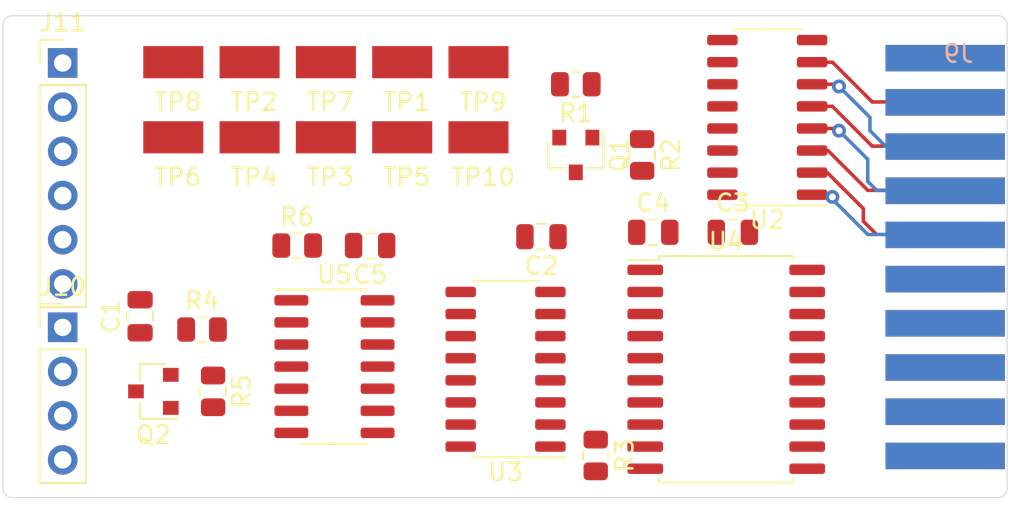
<source format=kicad_pcb>
(kicad_pcb (version 20171130) (host pcbnew "(5.1.7)-1")

  (general
    (thickness 1.6)
    (drawings 8)
    (tracks 34)
    (zones 0)
    (modules 30)
    (nets 48)
  )

  (page A4)
  (layers
    (0 F.Cu signal)
    (31 B.Cu signal)
    (32 B.Adhes user)
    (33 F.Adhes user)
    (34 B.Paste user)
    (35 F.Paste user)
    (36 B.SilkS user)
    (37 F.SilkS user)
    (38 B.Mask user)
    (39 F.Mask user)
    (40 Dwgs.User user hide)
    (41 Cmts.User user)
    (42 Eco1.User user)
    (43 Eco2.User user)
    (44 Edge.Cuts user)
    (45 Margin user)
    (46 B.CrtYd user)
    (47 F.CrtYd user)
    (48 B.Fab user)
    (49 F.Fab user)
  )

  (setup
    (last_trace_width 0.2032)
    (trace_clearance 0.2032)
    (zone_clearance 0.508)
    (zone_45_only no)
    (trace_min 0.2)
    (via_size 0.8)
    (via_drill 0.4)
    (via_min_size 0.4)
    (via_min_drill 0.3)
    (uvia_size 0.3)
    (uvia_drill 0.1)
    (uvias_allowed no)
    (uvia_min_size 0.2)
    (uvia_min_drill 0.1)
    (edge_width 0.05)
    (segment_width 0.2)
    (pcb_text_width 0.3)
    (pcb_text_size 1.5 1.5)
    (mod_edge_width 0.12)
    (mod_text_size 1 1)
    (mod_text_width 0.15)
    (pad_size 1.524 1.524)
    (pad_drill 0.762)
    (pad_to_mask_clearance 0)
    (aux_axis_origin 0 0)
    (visible_elements 7FFFFFFF)
    (pcbplotparams
      (layerselection 0x010fc_ffffffff)
      (usegerberextensions false)
      (usegerberattributes true)
      (usegerberadvancedattributes true)
      (creategerberjobfile true)
      (excludeedgelayer true)
      (linewidth 0.100000)
      (plotframeref false)
      (viasonmask false)
      (mode 1)
      (useauxorigin false)
      (hpglpennumber 1)
      (hpglpenspeed 20)
      (hpglpendiameter 15.000000)
      (psnegative false)
      (psa4output false)
      (plotreference true)
      (plotvalue true)
      (plotinvisibletext false)
      (padsonsilk false)
      (subtractmaskfromsilk false)
      (outputformat 1)
      (mirror false)
      (drillshape 1)
      (scaleselection 1)
      (outputdirectory ""))
  )

  (net 0 "")
  (net 1 GND)
  (net 2 VCC)
  (net 3 /14-VCC)
  (net 4 /244-VCC)
  (net 5 /DC)
  (net 6 /HS-GRN)
  (net 7 /EC-GRN)
  (net 8 /RX)
  (net 9 "Net-(J9-Pad15)")
  (net 10 /AA)
  (net 11 /OH)
  (net 12 /ANS-PB)
  (net 13 /PWR-PB)
  (net 14 /TR)
  (net 15 /CD)
  (net 16 "Net-(J9-Pad6)")
  (net 17 /TX)
  (net 18 /HS-Red)
  (net 19 /EC-Red)
  (net 20 "Net-(J9-Pad2)")
  (net 21 "Net-(J9-Pad1)")
  (net 22 "Net-(J10-Pad3)")
  (net 23 /Latch)
  (net 24 /Ser-Clock)
  (net 25 /Data-In)
  (net 26 "Net-(J11-Pad1)")
  (net 27 "Net-(Q2-Pad1)")
  (net 28 /Panel-En)
  (net 29 "Net-(R3-Pad1)")
  (net 30 "Net-(R4-Pad2)")
  (net 31 "Net-(R6-Pad1)")
  (net 32 "Net-(U2-Pad9)")
  (net 33 "Net-(U3-Pad15)")
  (net 34 "Net-(U3-Pad9)")
  (net 35 "Net-(U3-Pad3)")
  (net 36 "Net-(U3-Pad2)")
  (net 37 "Net-(U3-Pad1)")
  (net 38 "Net-(U4-Pad14)")
  (net 39 "Net-(U4-Pad13)")
  (net 40 "Net-(U4-Pad12)")
  (net 41 "Net-(U4-Pad11)")
  (net 42 /SH4)
  (net 43 /SH3)
  (net 44 /SH2)
  (net 45 /SH1)
  (net 46 /Gate244)
  (net 47 /SH-DATA)

  (net_class Default "This is the default net class."
    (clearance 0.2032)
    (trace_width 0.2032)
    (via_dia 0.8)
    (via_drill 0.4)
    (uvia_dia 0.3)
    (uvia_drill 0.1)
    (add_net /AA)
    (add_net /ANS-PB)
    (add_net /CD)
    (add_net /DC)
    (add_net /Data-In)
    (add_net /EC-GRN)
    (add_net /EC-Red)
    (add_net /Gate244)
    (add_net /HS-GRN)
    (add_net /HS-Red)
    (add_net /Latch)
    (add_net /OH)
    (add_net /PWR-PB)
    (add_net /Panel-En)
    (add_net /RX)
    (add_net /SH-DATA)
    (add_net /SH1)
    (add_net /SH2)
    (add_net /SH3)
    (add_net /SH4)
    (add_net /Ser-Clock)
    (add_net /TR)
    (add_net /TX)
    (add_net "Net-(J10-Pad3)")
    (add_net "Net-(J11-Pad1)")
    (add_net "Net-(J9-Pad1)")
    (add_net "Net-(J9-Pad15)")
    (add_net "Net-(J9-Pad2)")
    (add_net "Net-(J9-Pad6)")
    (add_net "Net-(Q2-Pad1)")
    (add_net "Net-(R3-Pad1)")
    (add_net "Net-(R4-Pad2)")
    (add_net "Net-(R6-Pad1)")
    (add_net "Net-(U2-Pad9)")
    (add_net "Net-(U3-Pad1)")
    (add_net "Net-(U3-Pad15)")
    (add_net "Net-(U3-Pad2)")
    (add_net "Net-(U3-Pad3)")
    (add_net "Net-(U3-Pad9)")
    (add_net "Net-(U4-Pad11)")
    (add_net "Net-(U4-Pad12)")
    (add_net "Net-(U4-Pad13)")
    (add_net "Net-(U4-Pad14)")
  )

  (net_class Power ""
    (clearance 0.2032)
    (trace_width 0.3048)
    (via_dia 0.8)
    (via_drill 0.4)
    (uvia_dia 0.3)
    (uvia_drill 0.1)
    (add_net /14-VCC)
    (add_net /244-VCC)
    (add_net GND)
    (add_net VCC)
  )

  (module "My Libraries:Harwin-S1751-46-Test Point" (layer F.Cu) (tedit 5F95BEB0) (tstamp 5F9634DF)
    (at 140.462 76.454)
    (path /5FADEA84)
    (fp_text reference TP10 (at 0.254 2.286) (layer F.SilkS)
      (effects (font (size 1 1) (thickness 0.15)))
    )
    (fp_text value TP_GND2 (at 0 -1.778) (layer F.Fab)
      (effects (font (size 1 1) (thickness 0.15)))
    )
    (pad 1 smd rect (at 0 0) (size 3.45 1.85) (layers F.Cu F.Paste F.Mask)
      (net 1 GND))
  )

  (module "My Libraries:Harwin-S1751-46-Test Point" (layer F.Cu) (tedit 5F95BEB0) (tstamp 5F9634DA)
    (at 140.462 72.136)
    (path /5FADE107)
    (fp_text reference TP9 (at 0.254 2.286) (layer F.SilkS)
      (effects (font (size 1 1) (thickness 0.15)))
    )
    (fp_text value TP_GND1 (at 0 -1.778) (layer F.Fab)
      (effects (font (size 1 1) (thickness 0.15)))
    )
    (pad 1 smd rect (at 0 0) (size 3.45 1.85) (layers F.Cu F.Paste F.Mask)
      (net 1 GND))
  )

  (module Package_SO:SOIC-14_3.9x8.7mm_P1.27mm (layer F.Cu) (tedit 5D9F72B1) (tstamp 5F95CB57)
    (at 132.191592 89.633827)
    (descr "SOIC, 14 Pin (JEDEC MS-012AB, https://www.analog.com/media/en/package-pcb-resources/package/pkg_pdf/soic_narrow-r/r_14.pdf), generated with kicad-footprint-generator ipc_gullwing_generator.py")
    (tags "SOIC SO")
    (path /5FA40302)
    (attr smd)
    (fp_text reference U5 (at 0 -5.28) (layer F.SilkS)
      (effects (font (size 1 1) (thickness 0.15)))
    )
    (fp_text value 74HCT74 (at 0 5.28) (layer F.Fab)
      (effects (font (size 1 1) (thickness 0.15)))
    )
    (fp_line (start 3.7 -4.58) (end -3.7 -4.58) (layer F.CrtYd) (width 0.05))
    (fp_line (start 3.7 4.58) (end 3.7 -4.58) (layer F.CrtYd) (width 0.05))
    (fp_line (start -3.7 4.58) (end 3.7 4.58) (layer F.CrtYd) (width 0.05))
    (fp_line (start -3.7 -4.58) (end -3.7 4.58) (layer F.CrtYd) (width 0.05))
    (fp_line (start -1.95 -3.35) (end -0.975 -4.325) (layer F.Fab) (width 0.1))
    (fp_line (start -1.95 4.325) (end -1.95 -3.35) (layer F.Fab) (width 0.1))
    (fp_line (start 1.95 4.325) (end -1.95 4.325) (layer F.Fab) (width 0.1))
    (fp_line (start 1.95 -4.325) (end 1.95 4.325) (layer F.Fab) (width 0.1))
    (fp_line (start -0.975 -4.325) (end 1.95 -4.325) (layer F.Fab) (width 0.1))
    (fp_line (start 0 -4.435) (end -3.45 -4.435) (layer F.SilkS) (width 0.12))
    (fp_line (start 0 -4.435) (end 1.95 -4.435) (layer F.SilkS) (width 0.12))
    (fp_line (start 0 4.435) (end -1.95 4.435) (layer F.SilkS) (width 0.12))
    (fp_line (start 0 4.435) (end 1.95 4.435) (layer F.SilkS) (width 0.12))
    (fp_text user %R (at 0 0) (layer F.Fab)
      (effects (font (size 0.98 0.98) (thickness 0.15)))
    )
    (pad 1 smd roundrect (at -2.475 -3.81) (size 1.95 0.6) (layers F.Cu F.Paste F.Mask) (roundrect_rratio 0.25)
      (net 31 "Net-(R6-Pad1)"))
    (pad 2 smd roundrect (at -2.475 -2.54) (size 1.95 0.6) (layers F.Cu F.Paste F.Mask) (roundrect_rratio 0.25)
      (net 47 /SH-DATA))
    (pad 3 smd roundrect (at -2.475 -1.27) (size 1.95 0.6) (layers F.Cu F.Paste F.Mask) (roundrect_rratio 0.25)
      (net 13 /PWR-PB))
    (pad 4 smd roundrect (at -2.475 0) (size 1.95 0.6) (layers F.Cu F.Paste F.Mask) (roundrect_rratio 0.25)
      (net 30 "Net-(R4-Pad2)"))
    (pad 5 smd roundrect (at -2.475 1.27) (size 1.95 0.6) (layers F.Cu F.Paste F.Mask) (roundrect_rratio 0.25)
      (net 27 "Net-(Q2-Pad1)"))
    (pad 6 smd roundrect (at -2.475 2.54) (size 1.95 0.6) (layers F.Cu F.Paste F.Mask) (roundrect_rratio 0.25)
      (net 47 /SH-DATA))
    (pad 7 smd roundrect (at -2.475 3.81) (size 1.95 0.6) (layers F.Cu F.Paste F.Mask) (roundrect_rratio 0.25)
      (net 1 GND))
    (pad 8 smd roundrect (at 2.475 3.81) (size 1.95 0.6) (layers F.Cu F.Paste F.Mask) (roundrect_rratio 0.25))
    (pad 9 smd roundrect (at 2.475 2.54) (size 1.95 0.6) (layers F.Cu F.Paste F.Mask) (roundrect_rratio 0.25))
    (pad 10 smd roundrect (at 2.475 1.27) (size 1.95 0.6) (layers F.Cu F.Paste F.Mask) (roundrect_rratio 0.25))
    (pad 11 smd roundrect (at 2.475 0) (size 1.95 0.6) (layers F.Cu F.Paste F.Mask) (roundrect_rratio 0.25))
    (pad 12 smd roundrect (at 2.475 -1.27) (size 1.95 0.6) (layers F.Cu F.Paste F.Mask) (roundrect_rratio 0.25))
    (pad 13 smd roundrect (at 2.475 -2.54) (size 1.95 0.6) (layers F.Cu F.Paste F.Mask) (roundrect_rratio 0.25))
    (pad 14 smd roundrect (at 2.475 -3.81) (size 1.95 0.6) (layers F.Cu F.Paste F.Mask) (roundrect_rratio 0.25)
      (net 3 /14-VCC))
    (model ${KISYS3DMOD}/Package_SO.3dshapes/SOIC-14_3.9x8.7mm_P1.27mm.wrl
      (at (xyz 0 0 0))
      (scale (xyz 1 1 1))
      (rotate (xyz 0 0 0))
    )
  )

  (module Package_SO:SOIC-20W_7.5x12.8mm_P1.27mm (layer F.Cu) (tedit 5D9F72B1) (tstamp 5F95D3F0)
    (at 154.686 89.789)
    (descr "SOIC, 20 Pin (JEDEC MS-013AC, https://www.analog.com/media/en/package-pcb-resources/package/233848rw_20.pdf), generated with kicad-footprint-generator ipc_gullwing_generator.py")
    (tags "SOIC SO")
    (path /5F77C786)
    (attr smd)
    (fp_text reference U4 (at 0 -7.35) (layer F.SilkS)
      (effects (font (size 1 1) (thickness 0.15)))
    )
    (fp_text value 74HCT245 (at 0 7.35) (layer F.Fab)
      (effects (font (size 1 1) (thickness 0.15)))
    )
    (fp_text user %R (at 0 0) (layer F.Fab)
      (effects (font (size 1 1) (thickness 0.15)))
    )
    (fp_line (start 0 6.51) (end 3.86 6.51) (layer F.SilkS) (width 0.12))
    (fp_line (start 3.86 6.51) (end 3.86 6.275) (layer F.SilkS) (width 0.12))
    (fp_line (start 0 6.51) (end -3.86 6.51) (layer F.SilkS) (width 0.12))
    (fp_line (start -3.86 6.51) (end -3.86 6.275) (layer F.SilkS) (width 0.12))
    (fp_line (start 0 -6.51) (end 3.86 -6.51) (layer F.SilkS) (width 0.12))
    (fp_line (start 3.86 -6.51) (end 3.86 -6.275) (layer F.SilkS) (width 0.12))
    (fp_line (start 0 -6.51) (end -3.86 -6.51) (layer F.SilkS) (width 0.12))
    (fp_line (start -3.86 -6.51) (end -3.86 -6.275) (layer F.SilkS) (width 0.12))
    (fp_line (start -3.86 -6.275) (end -5.675 -6.275) (layer F.SilkS) (width 0.12))
    (fp_line (start -2.75 -6.4) (end 3.75 -6.4) (layer F.Fab) (width 0.1))
    (fp_line (start 3.75 -6.4) (end 3.75 6.4) (layer F.Fab) (width 0.1))
    (fp_line (start 3.75 6.4) (end -3.75 6.4) (layer F.Fab) (width 0.1))
    (fp_line (start -3.75 6.4) (end -3.75 -5.4) (layer F.Fab) (width 0.1))
    (fp_line (start -3.75 -5.4) (end -2.75 -6.4) (layer F.Fab) (width 0.1))
    (fp_line (start -5.93 -6.65) (end -5.93 6.65) (layer F.CrtYd) (width 0.05))
    (fp_line (start -5.93 6.65) (end 5.93 6.65) (layer F.CrtYd) (width 0.05))
    (fp_line (start 5.93 6.65) (end 5.93 -6.65) (layer F.CrtYd) (width 0.05))
    (fp_line (start 5.93 -6.65) (end -5.93 -6.65) (layer F.CrtYd) (width 0.05))
    (pad 20 smd roundrect (at 4.65 -5.715) (size 2.05 0.6) (layers F.Cu F.Paste F.Mask) (roundrect_rratio 0.25)
      (net 4 /244-VCC))
    (pad 19 smd roundrect (at 4.65 -4.445) (size 2.05 0.6) (layers F.Cu F.Paste F.Mask) (roundrect_rratio 0.25)
      (net 1 GND))
    (pad 18 smd roundrect (at 4.65 -3.175) (size 2.05 0.6) (layers F.Cu F.Paste F.Mask) (roundrect_rratio 0.25)
      (net 15 /CD))
    (pad 17 smd roundrect (at 4.65 -1.905) (size 2.05 0.6) (layers F.Cu F.Paste F.Mask) (roundrect_rratio 0.25)
      (net 10 /AA))
    (pad 16 smd roundrect (at 4.65 -0.635) (size 2.05 0.6) (layers F.Cu F.Paste F.Mask) (roundrect_rratio 0.25)
      (net 14 /TR))
    (pad 15 smd roundrect (at 4.65 0.635) (size 2.05 0.6) (layers F.Cu F.Paste F.Mask) (roundrect_rratio 0.25)
      (net 11 /OH))
    (pad 14 smd roundrect (at 4.65 1.905) (size 2.05 0.6) (layers F.Cu F.Paste F.Mask) (roundrect_rratio 0.25)
      (net 38 "Net-(U4-Pad14)"))
    (pad 13 smd roundrect (at 4.65 3.175) (size 2.05 0.6) (layers F.Cu F.Paste F.Mask) (roundrect_rratio 0.25)
      (net 39 "Net-(U4-Pad13)"))
    (pad 12 smd roundrect (at 4.65 4.445) (size 2.05 0.6) (layers F.Cu F.Paste F.Mask) (roundrect_rratio 0.25)
      (net 40 "Net-(U4-Pad12)"))
    (pad 11 smd roundrect (at 4.65 5.715) (size 2.05 0.6) (layers F.Cu F.Paste F.Mask) (roundrect_rratio 0.25)
      (net 41 "Net-(U4-Pad11)"))
    (pad 10 smd roundrect (at -4.65 5.715) (size 2.05 0.6) (layers F.Cu F.Paste F.Mask) (roundrect_rratio 0.25)
      (net 1 GND))
    (pad 9 smd roundrect (at -4.65 4.445) (size 2.05 0.6) (layers F.Cu F.Paste F.Mask) (roundrect_rratio 0.25)
      (net 29 "Net-(R3-Pad1)"))
    (pad 8 smd roundrect (at -4.65 3.175) (size 2.05 0.6) (layers F.Cu F.Paste F.Mask) (roundrect_rratio 0.25)
      (net 29 "Net-(R3-Pad1)"))
    (pad 7 smd roundrect (at -4.65 1.905) (size 2.05 0.6) (layers F.Cu F.Paste F.Mask) (roundrect_rratio 0.25)
      (net 29 "Net-(R3-Pad1)"))
    (pad 6 smd roundrect (at -4.65 0.635) (size 2.05 0.6) (layers F.Cu F.Paste F.Mask) (roundrect_rratio 0.25)
      (net 29 "Net-(R3-Pad1)"))
    (pad 5 smd roundrect (at -4.65 -0.635) (size 2.05 0.6) (layers F.Cu F.Paste F.Mask) (roundrect_rratio 0.25)
      (net 45 /SH1))
    (pad 4 smd roundrect (at -4.65 -1.905) (size 2.05 0.6) (layers F.Cu F.Paste F.Mask) (roundrect_rratio 0.25)
      (net 44 /SH2))
    (pad 3 smd roundrect (at -4.65 -3.175) (size 2.05 0.6) (layers F.Cu F.Paste F.Mask) (roundrect_rratio 0.25)
      (net 43 /SH3))
    (pad 2 smd roundrect (at -4.65 -4.445) (size 2.05 0.6) (layers F.Cu F.Paste F.Mask) (roundrect_rratio 0.25)
      (net 42 /SH4))
    (pad 1 smd roundrect (at -4.65 -5.715) (size 2.05 0.6) (layers F.Cu F.Paste F.Mask) (roundrect_rratio 0.25)
      (net 4 /244-VCC))
    (model ${KISYS3DMOD}/Package_SO.3dshapes/SOIC-20W_7.5x12.8mm_P1.27mm.wrl
      (at (xyz 0 0 0))
      (scale (xyz 1 1 1))
      (rotate (xyz 0 0 0))
    )
  )

  (module Package_SO:SO-16_3.9x9.9mm_P1.27mm (layer F.Cu) (tedit 5E888720) (tstamp 5F95CB0C)
    (at 142.014 89.789 180)
    (descr "SO, 16 Pin (https://www.nxp.com/docs/en/package-information/SOT109-1.pdf), generated with kicad-footprint-generator ipc_gullwing_generator.py")
    (tags "SO SO")
    (path /5FBC1D4F)
    (attr smd)
    (fp_text reference U3 (at 0 -5.9) (layer F.SilkS)
      (effects (font (size 1 1) (thickness 0.15)))
    )
    (fp_text value 74HCT595 (at 0 5.9) (layer F.Fab)
      (effects (font (size 1 1) (thickness 0.15)))
    )
    (fp_text user %R (at 0 0) (layer F.Fab)
      (effects (font (size 0.98 0.98) (thickness 0.15)))
    )
    (fp_line (start 0 5.06) (end 1.95 5.06) (layer F.SilkS) (width 0.12))
    (fp_line (start 0 5.06) (end -1.95 5.06) (layer F.SilkS) (width 0.12))
    (fp_line (start 0 -5.06) (end 1.95 -5.06) (layer F.SilkS) (width 0.12))
    (fp_line (start 0 -5.06) (end -3.45 -5.06) (layer F.SilkS) (width 0.12))
    (fp_line (start -0.975 -4.95) (end 1.95 -4.95) (layer F.Fab) (width 0.1))
    (fp_line (start 1.95 -4.95) (end 1.95 4.95) (layer F.Fab) (width 0.1))
    (fp_line (start 1.95 4.95) (end -1.95 4.95) (layer F.Fab) (width 0.1))
    (fp_line (start -1.95 4.95) (end -1.95 -3.975) (layer F.Fab) (width 0.1))
    (fp_line (start -1.95 -3.975) (end -0.975 -4.95) (layer F.Fab) (width 0.1))
    (fp_line (start -3.7 -5.2) (end -3.7 5.2) (layer F.CrtYd) (width 0.05))
    (fp_line (start -3.7 5.2) (end 3.7 5.2) (layer F.CrtYd) (width 0.05))
    (fp_line (start 3.7 5.2) (end 3.7 -5.2) (layer F.CrtYd) (width 0.05))
    (fp_line (start 3.7 -5.2) (end -3.7 -5.2) (layer F.CrtYd) (width 0.05))
    (pad 16 smd roundrect (at 2.575 -4.445 180) (size 1.75 0.6) (layers F.Cu F.Paste F.Mask) (roundrect_rratio 0.25)
      (net 2 VCC))
    (pad 15 smd roundrect (at 2.575 -3.175 180) (size 1.75 0.6) (layers F.Cu F.Paste F.Mask) (roundrect_rratio 0.25)
      (net 33 "Net-(U3-Pad15)"))
    (pad 14 smd roundrect (at 2.575 -1.905 180) (size 1.75 0.6) (layers F.Cu F.Paste F.Mask) (roundrect_rratio 0.25)
      (net 32 "Net-(U2-Pad9)"))
    (pad 13 smd roundrect (at 2.575 -0.635 180) (size 1.75 0.6) (layers F.Cu F.Paste F.Mask) (roundrect_rratio 0.25)
      (net 1 GND))
    (pad 12 smd roundrect (at 2.575 0.635 180) (size 1.75 0.6) (layers F.Cu F.Paste F.Mask) (roundrect_rratio 0.25)
      (net 23 /Latch))
    (pad 11 smd roundrect (at 2.575 1.905 180) (size 1.75 0.6) (layers F.Cu F.Paste F.Mask) (roundrect_rratio 0.25)
      (net 24 /Ser-Clock))
    (pad 10 smd roundrect (at 2.575 3.175 180) (size 1.75 0.6) (layers F.Cu F.Paste F.Mask) (roundrect_rratio 0.25)
      (net 2 VCC))
    (pad 9 smd roundrect (at 2.575 4.445 180) (size 1.75 0.6) (layers F.Cu F.Paste F.Mask) (roundrect_rratio 0.25)
      (net 34 "Net-(U3-Pad9)"))
    (pad 8 smd roundrect (at -2.575 4.445 180) (size 1.75 0.6) (layers F.Cu F.Paste F.Mask) (roundrect_rratio 0.25)
      (net 1 GND))
    (pad 7 smd roundrect (at -2.575 3.175 180) (size 1.75 0.6) (layers F.Cu F.Paste F.Mask) (roundrect_rratio 0.25)
      (net 42 /SH4))
    (pad 6 smd roundrect (at -2.575 1.905 180) (size 1.75 0.6) (layers F.Cu F.Paste F.Mask) (roundrect_rratio 0.25)
      (net 43 /SH3))
    (pad 5 smd roundrect (at -2.575 0.635 180) (size 1.75 0.6) (layers F.Cu F.Paste F.Mask) (roundrect_rratio 0.25)
      (net 44 /SH2))
    (pad 4 smd roundrect (at -2.575 -0.635 180) (size 1.75 0.6) (layers F.Cu F.Paste F.Mask) (roundrect_rratio 0.25)
      (net 45 /SH1))
    (pad 3 smd roundrect (at -2.575 -1.905 180) (size 1.75 0.6) (layers F.Cu F.Paste F.Mask) (roundrect_rratio 0.25)
      (net 35 "Net-(U3-Pad3)"))
    (pad 2 smd roundrect (at -2.575 -3.175 180) (size 1.75 0.6) (layers F.Cu F.Paste F.Mask) (roundrect_rratio 0.25)
      (net 36 "Net-(U3-Pad2)"))
    (pad 1 smd roundrect (at -2.575 -4.445 180) (size 1.75 0.6) (layers F.Cu F.Paste F.Mask) (roundrect_rratio 0.25)
      (net 37 "Net-(U3-Pad1)"))
    (model ${KISYS3DMOD}/Package_SO.3dshapes/SO-16_3.9x9.9mm_P1.27mm.wrl
      (at (xyz 0 0 0))
      (scale (xyz 1 1 1))
      (rotate (xyz 0 0 0))
    )
  )

  (module Package_SO:SO-16_3.9x9.9mm_P1.27mm (layer F.Cu) (tedit 5E888720) (tstamp 5F95CAEA)
    (at 157.043 75.311 180)
    (descr "SO, 16 Pin (https://www.nxp.com/docs/en/package-information/SOT109-1.pdf), generated with kicad-footprint-generator ipc_gullwing_generator.py")
    (tags "SO SO")
    (path /5F77A4B5)
    (attr smd)
    (fp_text reference U2 (at 0 -5.9) (layer F.SilkS)
      (effects (font (size 1 1) (thickness 0.15)))
    )
    (fp_text value 74HCT595 (at 0 5.9) (layer F.Fab)
      (effects (font (size 1 1) (thickness 0.15)))
    )
    (fp_text user %R (at 0 0) (layer F.Fab)
      (effects (font (size 0.98 0.98) (thickness 0.15)))
    )
    (fp_line (start 0 5.06) (end 1.95 5.06) (layer F.SilkS) (width 0.12))
    (fp_line (start 0 5.06) (end -1.95 5.06) (layer F.SilkS) (width 0.12))
    (fp_line (start 0 -5.06) (end 1.95 -5.06) (layer F.SilkS) (width 0.12))
    (fp_line (start 0 -5.06) (end -3.45 -5.06) (layer F.SilkS) (width 0.12))
    (fp_line (start -0.975 -4.95) (end 1.95 -4.95) (layer F.Fab) (width 0.1))
    (fp_line (start 1.95 -4.95) (end 1.95 4.95) (layer F.Fab) (width 0.1))
    (fp_line (start 1.95 4.95) (end -1.95 4.95) (layer F.Fab) (width 0.1))
    (fp_line (start -1.95 4.95) (end -1.95 -3.975) (layer F.Fab) (width 0.1))
    (fp_line (start -1.95 -3.975) (end -0.975 -4.95) (layer F.Fab) (width 0.1))
    (fp_line (start -3.7 -5.2) (end -3.7 5.2) (layer F.CrtYd) (width 0.05))
    (fp_line (start -3.7 5.2) (end 3.7 5.2) (layer F.CrtYd) (width 0.05))
    (fp_line (start 3.7 5.2) (end 3.7 -5.2) (layer F.CrtYd) (width 0.05))
    (fp_line (start 3.7 -5.2) (end -3.7 -5.2) (layer F.CrtYd) (width 0.05))
    (pad 16 smd roundrect (at 2.575 -4.445 180) (size 1.75 0.6) (layers F.Cu F.Paste F.Mask) (roundrect_rratio 0.25)
      (net 2 VCC))
    (pad 15 smd roundrect (at 2.575 -3.175 180) (size 1.75 0.6) (layers F.Cu F.Paste F.Mask) (roundrect_rratio 0.25)
      (net 28 /Panel-En))
    (pad 14 smd roundrect (at 2.575 -1.905 180) (size 1.75 0.6) (layers F.Cu F.Paste F.Mask) (roundrect_rratio 0.25)
      (net 25 /Data-In))
    (pad 13 smd roundrect (at 2.575 -0.635 180) (size 1.75 0.6) (layers F.Cu F.Paste F.Mask) (roundrect_rratio 0.25)
      (net 1 GND))
    (pad 12 smd roundrect (at 2.575 0.635 180) (size 1.75 0.6) (layers F.Cu F.Paste F.Mask) (roundrect_rratio 0.25)
      (net 23 /Latch))
    (pad 11 smd roundrect (at 2.575 1.905 180) (size 1.75 0.6) (layers F.Cu F.Paste F.Mask) (roundrect_rratio 0.25)
      (net 24 /Ser-Clock))
    (pad 10 smd roundrect (at 2.575 3.175 180) (size 1.75 0.6) (layers F.Cu F.Paste F.Mask) (roundrect_rratio 0.25)
      (net 2 VCC))
    (pad 9 smd roundrect (at 2.575 4.445 180) (size 1.75 0.6) (layers F.Cu F.Paste F.Mask) (roundrect_rratio 0.25)
      (net 32 "Net-(U2-Pad9)"))
    (pad 8 smd roundrect (at -2.575 4.445 180) (size 1.75 0.6) (layers F.Cu F.Paste F.Mask) (roundrect_rratio 0.25)
      (net 1 GND))
    (pad 7 smd roundrect (at -2.575 3.175 180) (size 1.75 0.6) (layers F.Cu F.Paste F.Mask) (roundrect_rratio 0.25)
      (net 5 /DC))
    (pad 6 smd roundrect (at -2.575 1.905 180) (size 1.75 0.6) (layers F.Cu F.Paste F.Mask) (roundrect_rratio 0.25)
      (net 19 /EC-Red))
    (pad 5 smd roundrect (at -2.575 0.635 180) (size 1.75 0.6) (layers F.Cu F.Paste F.Mask) (roundrect_rratio 0.25)
      (net 6 /HS-GRN))
    (pad 4 smd roundrect (at -2.575 -0.635 180) (size 1.75 0.6) (layers F.Cu F.Paste F.Mask) (roundrect_rratio 0.25)
      (net 18 /HS-Red))
    (pad 3 smd roundrect (at -2.575 -1.905 180) (size 1.75 0.6) (layers F.Cu F.Paste F.Mask) (roundrect_rratio 0.25)
      (net 7 /EC-GRN))
    (pad 2 smd roundrect (at -2.575 -3.175 180) (size 1.75 0.6) (layers F.Cu F.Paste F.Mask) (roundrect_rratio 0.25)
      (net 8 /RX))
    (pad 1 smd roundrect (at -2.575 -4.445 180) (size 1.75 0.6) (layers F.Cu F.Paste F.Mask) (roundrect_rratio 0.25)
      (net 17 /TX))
    (model ${KISYS3DMOD}/Package_SO.3dshapes/SO-16_3.9x9.9mm_P1.27mm.wrl
      (at (xyz 0 0 0))
      (scale (xyz 1 1 1))
      (rotate (xyz 0 0 0))
    )
  )

  (module "My Libraries:Harwin-S1751-46-Test Point" (layer F.Cu) (tedit 5F95BEB0) (tstamp 5F962DCB)
    (at 122.936 72.136)
    (path /5FB23FA3)
    (fp_text reference TP8 (at 0.254 2.286) (layer F.SilkS)
      (effects (font (size 1 1) (thickness 0.15)))
    )
    (fp_text value TP_VCC (at 0 -1.778) (layer F.Fab)
      (effects (font (size 1 1) (thickness 0.15)))
    )
    (pad 1 smd rect (at 0 0) (size 3.45 1.85) (layers F.Cu F.Paste F.Mask)
      (net 2 VCC))
  )

  (module "My Libraries:Harwin-S1751-46-Test Point" (layer F.Cu) (tedit 5F95BEB0) (tstamp 5F95CAC3)
    (at 131.699 72.136)
    (path /5FB25055)
    (fp_text reference TP7 (at 0.254 2.286) (layer F.SilkS)
      (effects (font (size 1 1) (thickness 0.15)))
    )
    (fp_text value TP_14_VCC (at 0 -1.778) (layer F.Fab)
      (effects (font (size 1 1) (thickness 0.15)))
    )
    (pad 1 smd rect (at 0 0) (size 3.45 1.85) (layers F.Cu F.Paste F.Mask)
      (net 3 /14-VCC))
  )

  (module "My Libraries:Harwin-S1751-46-Test Point" (layer F.Cu) (tedit 5F95BEB0) (tstamp 5F962DB3)
    (at 122.936 76.454)
    (path /5FB1CAD2)
    (fp_text reference TP6 (at 0.254 2.286) (layer F.SilkS)
      (effects (font (size 1 1) (thickness 0.15)))
    )
    (fp_text value TP_74_Data (at 0 -1.778) (layer F.Fab)
      (effects (font (size 1 1) (thickness 0.15)))
    )
    (pad 1 smd rect (at 0 0) (size 3.45 1.85) (layers F.Cu F.Paste F.Mask)
      (net 47 /SH-DATA))
  )

  (module "My Libraries:Harwin-S1751-46-Test Point" (layer F.Cu) (tedit 5F95BEB0) (tstamp 5F95CAB9)
    (at 136.0805 76.454)
    (path /5F8355B8)
    (fp_text reference TP5 (at 0.254 2.286) (layer F.SilkS)
      (effects (font (size 1 1) (thickness 0.15)))
    )
    (fp_text value Latch (at 0 -1.778) (layer F.Fab)
      (effects (font (size 1 1) (thickness 0.15)))
    )
    (pad 1 smd rect (at 0 0) (size 3.45 1.85) (layers F.Cu F.Paste F.Mask)
      (net 23 /Latch))
  )

  (module "My Libraries:Harwin-S1751-46-Test Point" (layer F.Cu) (tedit 5F95BEB0) (tstamp 5F962DA7)
    (at 127.3175 76.454)
    (path /5F835151)
    (fp_text reference TP4 (at 0.254 2.286) (layer F.SilkS)
      (effects (font (size 1 1) (thickness 0.15)))
    )
    (fp_text value Clock (at 0 -1.778) (layer F.Fab)
      (effects (font (size 1 1) (thickness 0.15)))
    )
    (pad 1 smd rect (at 0 0) (size 3.45 1.85) (layers F.Cu F.Paste F.Mask)
      (net 24 /Ser-Clock))
  )

  (module "My Libraries:Harwin-S1751-46-Test Point" (layer F.Cu) (tedit 5F95BEB0) (tstamp 5F95CAAF)
    (at 131.699 76.454)
    (path /5F834004)
    (fp_text reference TP3 (at 0.254 2.286) (layer F.SilkS)
      (effects (font (size 1 1) (thickness 0.15)))
    )
    (fp_text value Data (at 0 -1.778) (layer F.Fab)
      (effects (font (size 1 1) (thickness 0.15)))
    )
    (pad 1 smd rect (at 0 0) (size 3.45 1.85) (layers F.Cu F.Paste F.Mask)
      (net 25 /Data-In))
  )

  (module "My Libraries:Harwin-S1751-46-Test Point" (layer F.Cu) (tedit 5F95BEB0) (tstamp 5F962DBF)
    (at 127.3175 72.136)
    (path /5FB52BDD)
    (fp_text reference TP2 (at 0.254 2.286) (layer F.SilkS)
      (effects (font (size 1 1) (thickness 0.15)))
    )
    (fp_text value TP_244_VCC (at 0 -1.778) (layer F.Fab)
      (effects (font (size 1 1) (thickness 0.15)))
    )
    (pad 1 smd rect (at 0 0) (size 3.45 1.85) (layers F.Cu F.Paste F.Mask)
      (net 4 /244-VCC))
  )

  (module "My Libraries:Harwin-S1751-46-Test Point" (layer F.Cu) (tedit 5F95BEB0) (tstamp 5F95CAA5)
    (at 136.0805 72.136)
    (path /5FB54A70)
    (fp_text reference TP1 (at 0.254 2.286) (layer F.SilkS)
      (effects (font (size 1 1) (thickness 0.15)))
    )
    (fp_text value TP_Panel_EN (at 0 -1.778) (layer F.Fab)
      (effects (font (size 1 1) (thickness 0.15)))
    )
    (pad 1 smd rect (at 0 0) (size 3.45 1.85) (layers F.Cu F.Paste F.Mask)
      (net 46 /Gate244))
  )

  (module Resistor_SMD:R_0805_2012Metric (layer F.Cu) (tedit 5F68FEEE) (tstamp 5F95CAA0)
    (at 130.048 82.677)
    (descr "Resistor SMD 0805 (2012 Metric), square (rectangular) end terminal, IPC_7351 nominal, (Body size source: IPC-SM-782 page 72, https://www.pcb-3d.com/wordpress/wp-content/uploads/ipc-sm-782a_amendment_1_and_2.pdf), generated with kicad-footprint-generator")
    (tags resistor)
    (path /5FABAB71)
    (attr smd)
    (fp_text reference R6 (at 0 -1.65) (layer F.SilkS)
      (effects (font (size 1 1) (thickness 0.15)))
    )
    (fp_text value 4k7 (at 0 1.65) (layer F.Fab)
      (effects (font (size 1 1) (thickness 0.15)))
    )
    (fp_text user %R (at 0 0) (layer F.Fab)
      (effects (font (size 0.5 0.5) (thickness 0.08)))
    )
    (fp_line (start -1 0.625) (end -1 -0.625) (layer F.Fab) (width 0.1))
    (fp_line (start -1 -0.625) (end 1 -0.625) (layer F.Fab) (width 0.1))
    (fp_line (start 1 -0.625) (end 1 0.625) (layer F.Fab) (width 0.1))
    (fp_line (start 1 0.625) (end -1 0.625) (layer F.Fab) (width 0.1))
    (fp_line (start -0.227064 -0.735) (end 0.227064 -0.735) (layer F.SilkS) (width 0.12))
    (fp_line (start -0.227064 0.735) (end 0.227064 0.735) (layer F.SilkS) (width 0.12))
    (fp_line (start -1.68 0.95) (end -1.68 -0.95) (layer F.CrtYd) (width 0.05))
    (fp_line (start -1.68 -0.95) (end 1.68 -0.95) (layer F.CrtYd) (width 0.05))
    (fp_line (start 1.68 -0.95) (end 1.68 0.95) (layer F.CrtYd) (width 0.05))
    (fp_line (start 1.68 0.95) (end -1.68 0.95) (layer F.CrtYd) (width 0.05))
    (pad 2 smd roundrect (at 0.9125 0) (size 1.025 1.4) (layers F.Cu F.Paste F.Mask) (roundrect_rratio 0.243902)
      (net 3 /14-VCC))
    (pad 1 smd roundrect (at -0.9125 0) (size 1.025 1.4) (layers F.Cu F.Paste F.Mask) (roundrect_rratio 0.243902)
      (net 31 "Net-(R6-Pad1)"))
    (model ${KISYS3DMOD}/Resistor_SMD.3dshapes/R_0805_2012Metric.wrl
      (at (xyz 0 0 0))
      (scale (xyz 1 1 1))
      (rotate (xyz 0 0 0))
    )
  )

  (module Resistor_SMD:R_0805_2012Metric (layer F.Cu) (tedit 5F68FEEE) (tstamp 5F95CA8F)
    (at 125.221999 91.059 270)
    (descr "Resistor SMD 0805 (2012 Metric), square (rectangular) end terminal, IPC_7351 nominal, (Body size source: IPC-SM-782 page 72, https://www.pcb-3d.com/wordpress/wp-content/uploads/ipc-sm-782a_amendment_1_and_2.pdf), generated with kicad-footprint-generator")
    (tags resistor)
    (path /5FA45DEA)
    (attr smd)
    (fp_text reference R5 (at 0 -1.65 90) (layer F.SilkS)
      (effects (font (size 1 1) (thickness 0.15)))
    )
    (fp_text value 4k7 (at 0 1.65 90) (layer F.Fab)
      (effects (font (size 1 1) (thickness 0.15)))
    )
    (fp_text user %R (at 0 0 90) (layer F.Fab)
      (effects (font (size 0.5 0.5) (thickness 0.08)))
    )
    (fp_line (start -1 0.625) (end -1 -0.625) (layer F.Fab) (width 0.1))
    (fp_line (start -1 -0.625) (end 1 -0.625) (layer F.Fab) (width 0.1))
    (fp_line (start 1 -0.625) (end 1 0.625) (layer F.Fab) (width 0.1))
    (fp_line (start 1 0.625) (end -1 0.625) (layer F.Fab) (width 0.1))
    (fp_line (start -0.227064 -0.735) (end 0.227064 -0.735) (layer F.SilkS) (width 0.12))
    (fp_line (start -0.227064 0.735) (end 0.227064 0.735) (layer F.SilkS) (width 0.12))
    (fp_line (start -1.68 0.95) (end -1.68 -0.95) (layer F.CrtYd) (width 0.05))
    (fp_line (start -1.68 -0.95) (end 1.68 -0.95) (layer F.CrtYd) (width 0.05))
    (fp_line (start 1.68 -0.95) (end 1.68 0.95) (layer F.CrtYd) (width 0.05))
    (fp_line (start 1.68 0.95) (end -1.68 0.95) (layer F.CrtYd) (width 0.05))
    (pad 2 smd roundrect (at 0.9125 0 270) (size 1.025 1.4) (layers F.Cu F.Paste F.Mask) (roundrect_rratio 0.243902)
      (net 27 "Net-(Q2-Pad1)"))
    (pad 1 smd roundrect (at -0.9125 0 270) (size 1.025 1.4) (layers F.Cu F.Paste F.Mask) (roundrect_rratio 0.243902)
      (net 3 /14-VCC))
    (model ${KISYS3DMOD}/Resistor_SMD.3dshapes/R_0805_2012Metric.wrl
      (at (xyz 0 0 0))
      (scale (xyz 1 1 1))
      (rotate (xyz 0 0 0))
    )
  )

  (module Resistor_SMD:R_0805_2012Metric (layer F.Cu) (tedit 5F68FEEE) (tstamp 5F95CA7E)
    (at 124.587 87.503)
    (descr "Resistor SMD 0805 (2012 Metric), square (rectangular) end terminal, IPC_7351 nominal, (Body size source: IPC-SM-782 page 72, https://www.pcb-3d.com/wordpress/wp-content/uploads/ipc-sm-782a_amendment_1_and_2.pdf), generated with kicad-footprint-generator")
    (tags resistor)
    (path /5FAEA1BD)
    (attr smd)
    (fp_text reference R4 (at 0 -1.65) (layer F.SilkS)
      (effects (font (size 1 1) (thickness 0.15)))
    )
    (fp_text value 4k7 (at 0 1.65) (layer F.Fab)
      (effects (font (size 1 1) (thickness 0.15)))
    )
    (fp_text user %R (at 0 0) (layer F.Fab)
      (effects (font (size 0.5 0.5) (thickness 0.08)))
    )
    (fp_line (start -1 0.625) (end -1 -0.625) (layer F.Fab) (width 0.1))
    (fp_line (start -1 -0.625) (end 1 -0.625) (layer F.Fab) (width 0.1))
    (fp_line (start 1 -0.625) (end 1 0.625) (layer F.Fab) (width 0.1))
    (fp_line (start 1 0.625) (end -1 0.625) (layer F.Fab) (width 0.1))
    (fp_line (start -0.227064 -0.735) (end 0.227064 -0.735) (layer F.SilkS) (width 0.12))
    (fp_line (start -0.227064 0.735) (end 0.227064 0.735) (layer F.SilkS) (width 0.12))
    (fp_line (start -1.68 0.95) (end -1.68 -0.95) (layer F.CrtYd) (width 0.05))
    (fp_line (start -1.68 -0.95) (end 1.68 -0.95) (layer F.CrtYd) (width 0.05))
    (fp_line (start 1.68 -0.95) (end 1.68 0.95) (layer F.CrtYd) (width 0.05))
    (fp_line (start 1.68 0.95) (end -1.68 0.95) (layer F.CrtYd) (width 0.05))
    (pad 2 smd roundrect (at 0.9125 0) (size 1.025 1.4) (layers F.Cu F.Paste F.Mask) (roundrect_rratio 0.243902)
      (net 30 "Net-(R4-Pad2)"))
    (pad 1 smd roundrect (at -0.9125 0) (size 1.025 1.4) (layers F.Cu F.Paste F.Mask) (roundrect_rratio 0.243902)
      (net 3 /14-VCC))
    (model ${KISYS3DMOD}/Resistor_SMD.3dshapes/R_0805_2012Metric.wrl
      (at (xyz 0 0 0))
      (scale (xyz 1 1 1))
      (rotate (xyz 0 0 0))
    )
  )

  (module Resistor_SMD:R_0805_2012Metric (layer F.Cu) (tedit 5F68FEEE) (tstamp 5F95CA6D)
    (at 147.193 94.742 270)
    (descr "Resistor SMD 0805 (2012 Metric), square (rectangular) end terminal, IPC_7351 nominal, (Body size source: IPC-SM-782 page 72, https://www.pcb-3d.com/wordpress/wp-content/uploads/ipc-sm-782a_amendment_1_and_2.pdf), generated with kicad-footprint-generator")
    (tags resistor)
    (path /5F7AB8EB)
    (attr smd)
    (fp_text reference R3 (at 0 -1.65 90) (layer F.SilkS)
      (effects (font (size 1 1) (thickness 0.15)))
    )
    (fp_text value 4k7 (at 0 1.65 90) (layer F.Fab)
      (effects (font (size 1 1) (thickness 0.15)))
    )
    (fp_text user %R (at 0 0 90) (layer F.Fab)
      (effects (font (size 0.5 0.5) (thickness 0.08)))
    )
    (fp_line (start -1 0.625) (end -1 -0.625) (layer F.Fab) (width 0.1))
    (fp_line (start -1 -0.625) (end 1 -0.625) (layer F.Fab) (width 0.1))
    (fp_line (start 1 -0.625) (end 1 0.625) (layer F.Fab) (width 0.1))
    (fp_line (start 1 0.625) (end -1 0.625) (layer F.Fab) (width 0.1))
    (fp_line (start -0.227064 -0.735) (end 0.227064 -0.735) (layer F.SilkS) (width 0.12))
    (fp_line (start -0.227064 0.735) (end 0.227064 0.735) (layer F.SilkS) (width 0.12))
    (fp_line (start -1.68 0.95) (end -1.68 -0.95) (layer F.CrtYd) (width 0.05))
    (fp_line (start -1.68 -0.95) (end 1.68 -0.95) (layer F.CrtYd) (width 0.05))
    (fp_line (start 1.68 -0.95) (end 1.68 0.95) (layer F.CrtYd) (width 0.05))
    (fp_line (start 1.68 0.95) (end -1.68 0.95) (layer F.CrtYd) (width 0.05))
    (pad 2 smd roundrect (at 0.9125 0 270) (size 1.025 1.4) (layers F.Cu F.Paste F.Mask) (roundrect_rratio 0.243902)
      (net 1 GND))
    (pad 1 smd roundrect (at -0.9125 0 270) (size 1.025 1.4) (layers F.Cu F.Paste F.Mask) (roundrect_rratio 0.243902)
      (net 29 "Net-(R3-Pad1)"))
    (model ${KISYS3DMOD}/Resistor_SMD.3dshapes/R_0805_2012Metric.wrl
      (at (xyz 0 0 0))
      (scale (xyz 1 1 1))
      (rotate (xyz 0 0 0))
    )
  )

  (module Resistor_SMD:R_0805_2012Metric (layer F.Cu) (tedit 5F68FEEE) (tstamp 5F95CA5C)
    (at 149.86 77.47 270)
    (descr "Resistor SMD 0805 (2012 Metric), square (rectangular) end terminal, IPC_7351 nominal, (Body size source: IPC-SM-782 page 72, https://www.pcb-3d.com/wordpress/wp-content/uploads/ipc-sm-782a_amendment_1_and_2.pdf), generated with kicad-footprint-generator")
    (tags resistor)
    (path /5F860BF9)
    (attr smd)
    (fp_text reference R2 (at 0 -1.65 90) (layer F.SilkS)
      (effects (font (size 1 1) (thickness 0.15)))
    )
    (fp_text value 1k (at 0 1.65 90) (layer F.Fab)
      (effects (font (size 1 1) (thickness 0.15)))
    )
    (fp_line (start 1.68 0.95) (end -1.68 0.95) (layer F.CrtYd) (width 0.05))
    (fp_line (start 1.68 -0.95) (end 1.68 0.95) (layer F.CrtYd) (width 0.05))
    (fp_line (start -1.68 -0.95) (end 1.68 -0.95) (layer F.CrtYd) (width 0.05))
    (fp_line (start -1.68 0.95) (end -1.68 -0.95) (layer F.CrtYd) (width 0.05))
    (fp_line (start -0.227064 0.735) (end 0.227064 0.735) (layer F.SilkS) (width 0.12))
    (fp_line (start -0.227064 -0.735) (end 0.227064 -0.735) (layer F.SilkS) (width 0.12))
    (fp_line (start 1 0.625) (end -1 0.625) (layer F.Fab) (width 0.1))
    (fp_line (start 1 -0.625) (end 1 0.625) (layer F.Fab) (width 0.1))
    (fp_line (start -1 -0.625) (end 1 -0.625) (layer F.Fab) (width 0.1))
    (fp_line (start -1 0.625) (end -1 -0.625) (layer F.Fab) (width 0.1))
    (fp_text user %R (at 0 0 90) (layer F.Fab)
      (effects (font (size 0.5 0.5) (thickness 0.08)))
    )
    (pad 1 smd roundrect (at -0.9125 0 270) (size 1.025 1.4) (layers F.Cu F.Paste F.Mask) (roundrect_rratio 0.243902)
      (net 46 /Gate244))
    (pad 2 smd roundrect (at 0.9125 0 270) (size 1.025 1.4) (layers F.Cu F.Paste F.Mask) (roundrect_rratio 0.243902)
      (net 28 /Panel-En))
    (model ${KISYS3DMOD}/Resistor_SMD.3dshapes/R_0805_2012Metric.wrl
      (at (xyz 0 0 0))
      (scale (xyz 1 1 1))
      (rotate (xyz 0 0 0))
    )
  )

  (module Resistor_SMD:R_0805_2012Metric (layer F.Cu) (tedit 5F68FEEE) (tstamp 5F95CA4B)
    (at 146.05 73.406 180)
    (descr "Resistor SMD 0805 (2012 Metric), square (rectangular) end terminal, IPC_7351 nominal, (Body size source: IPC-SM-782 page 72, https://www.pcb-3d.com/wordpress/wp-content/uploads/ipc-sm-782a_amendment_1_and_2.pdf), generated with kicad-footprint-generator")
    (tags resistor)
    (path /5F87C328)
    (attr smd)
    (fp_text reference R1 (at 0 -1.65) (layer F.SilkS)
      (effects (font (size 1 1) (thickness 0.15)))
    )
    (fp_text value 4k7 (at 0 1.65) (layer F.Fab)
      (effects (font (size 1 1) (thickness 0.15)))
    )
    (fp_line (start 1.68 0.95) (end -1.68 0.95) (layer F.CrtYd) (width 0.05))
    (fp_line (start 1.68 -0.95) (end 1.68 0.95) (layer F.CrtYd) (width 0.05))
    (fp_line (start -1.68 -0.95) (end 1.68 -0.95) (layer F.CrtYd) (width 0.05))
    (fp_line (start -1.68 0.95) (end -1.68 -0.95) (layer F.CrtYd) (width 0.05))
    (fp_line (start -0.227064 0.735) (end 0.227064 0.735) (layer F.SilkS) (width 0.12))
    (fp_line (start -0.227064 -0.735) (end 0.227064 -0.735) (layer F.SilkS) (width 0.12))
    (fp_line (start 1 0.625) (end -1 0.625) (layer F.Fab) (width 0.1))
    (fp_line (start 1 -0.625) (end 1 0.625) (layer F.Fab) (width 0.1))
    (fp_line (start -1 -0.625) (end 1 -0.625) (layer F.Fab) (width 0.1))
    (fp_line (start -1 0.625) (end -1 -0.625) (layer F.Fab) (width 0.1))
    (fp_text user %R (at 0 0) (layer F.Fab)
      (effects (font (size 0.5 0.5) (thickness 0.08)))
    )
    (pad 1 smd roundrect (at -0.9125 0 180) (size 1.025 1.4) (layers F.Cu F.Paste F.Mask) (roundrect_rratio 0.243902)
      (net 46 /Gate244))
    (pad 2 smd roundrect (at 0.9125 0 180) (size 1.025 1.4) (layers F.Cu F.Paste F.Mask) (roundrect_rratio 0.243902)
      (net 2 VCC))
    (model ${KISYS3DMOD}/Resistor_SMD.3dshapes/R_0805_2012Metric.wrl
      (at (xyz 0 0 0))
      (scale (xyz 1 1 1))
      (rotate (xyz 0 0 0))
    )
  )

  (module Package_TO_SOT_SMD:SOT-23 (layer F.Cu) (tedit 5A02FF57) (tstamp 5F95CA3A)
    (at 121.793 91.059 180)
    (descr "SOT-23, Standard")
    (tags SOT-23)
    (path /5FA44B31)
    (attr smd)
    (fp_text reference Q2 (at 0 -2.5) (layer F.SilkS)
      (effects (font (size 1 1) (thickness 0.15)))
    )
    (fp_text value P-NMOS (at 0 2.5) (layer F.Fab)
      (effects (font (size 1 1) (thickness 0.15)))
    )
    (fp_text user %R (at 0 0 90) (layer F.Fab)
      (effects (font (size 0.5 0.5) (thickness 0.075)))
    )
    (fp_line (start -0.7 -0.95) (end -0.7 1.5) (layer F.Fab) (width 0.1))
    (fp_line (start -0.15 -1.52) (end 0.7 -1.52) (layer F.Fab) (width 0.1))
    (fp_line (start -0.7 -0.95) (end -0.15 -1.52) (layer F.Fab) (width 0.1))
    (fp_line (start 0.7 -1.52) (end 0.7 1.52) (layer F.Fab) (width 0.1))
    (fp_line (start -0.7 1.52) (end 0.7 1.52) (layer F.Fab) (width 0.1))
    (fp_line (start 0.76 1.58) (end 0.76 0.65) (layer F.SilkS) (width 0.12))
    (fp_line (start 0.76 -1.58) (end 0.76 -0.65) (layer F.SilkS) (width 0.12))
    (fp_line (start -1.7 -1.75) (end 1.7 -1.75) (layer F.CrtYd) (width 0.05))
    (fp_line (start 1.7 -1.75) (end 1.7 1.75) (layer F.CrtYd) (width 0.05))
    (fp_line (start 1.7 1.75) (end -1.7 1.75) (layer F.CrtYd) (width 0.05))
    (fp_line (start -1.7 1.75) (end -1.7 -1.75) (layer F.CrtYd) (width 0.05))
    (fp_line (start 0.76 -1.58) (end -1.4 -1.58) (layer F.SilkS) (width 0.12))
    (fp_line (start 0.76 1.58) (end -0.7 1.58) (layer F.SilkS) (width 0.12))
    (pad 3 smd rect (at 1 0 180) (size 0.9 0.8) (layers F.Cu F.Paste F.Mask)
      (net 2 VCC))
    (pad 2 smd rect (at -1 0.95 180) (size 0.9 0.8) (layers F.Cu F.Paste F.Mask)
      (net 3 /14-VCC))
    (pad 1 smd rect (at -1 -0.95 180) (size 0.9 0.8) (layers F.Cu F.Paste F.Mask)
      (net 27 "Net-(Q2-Pad1)"))
    (model ${KISYS3DMOD}/Package_TO_SOT_SMD.3dshapes/SOT-23.wrl
      (at (xyz 0 0 0))
      (scale (xyz 1 1 1))
      (rotate (xyz 0 0 0))
    )
  )

  (module Package_TO_SOT_SMD:SOT-23 (layer F.Cu) (tedit 5A02FF57) (tstamp 5F95CA25)
    (at 146.05 77.47 270)
    (descr "SOT-23, Standard")
    (tags SOT-23)
    (path /5FB50DBB)
    (attr smd)
    (fp_text reference Q1 (at 0 -2.5 90) (layer F.SilkS)
      (effects (font (size 1 1) (thickness 0.15)))
    )
    (fp_text value P-NMOS (at 0 2.5 90) (layer F.Fab)
      (effects (font (size 1 1) (thickness 0.15)))
    )
    (fp_line (start 0.76 1.58) (end -0.7 1.58) (layer F.SilkS) (width 0.12))
    (fp_line (start 0.76 -1.58) (end -1.4 -1.58) (layer F.SilkS) (width 0.12))
    (fp_line (start -1.7 1.75) (end -1.7 -1.75) (layer F.CrtYd) (width 0.05))
    (fp_line (start 1.7 1.75) (end -1.7 1.75) (layer F.CrtYd) (width 0.05))
    (fp_line (start 1.7 -1.75) (end 1.7 1.75) (layer F.CrtYd) (width 0.05))
    (fp_line (start -1.7 -1.75) (end 1.7 -1.75) (layer F.CrtYd) (width 0.05))
    (fp_line (start 0.76 -1.58) (end 0.76 -0.65) (layer F.SilkS) (width 0.12))
    (fp_line (start 0.76 1.58) (end 0.76 0.65) (layer F.SilkS) (width 0.12))
    (fp_line (start -0.7 1.52) (end 0.7 1.52) (layer F.Fab) (width 0.1))
    (fp_line (start 0.7 -1.52) (end 0.7 1.52) (layer F.Fab) (width 0.1))
    (fp_line (start -0.7 -0.95) (end -0.15 -1.52) (layer F.Fab) (width 0.1))
    (fp_line (start -0.15 -1.52) (end 0.7 -1.52) (layer F.Fab) (width 0.1))
    (fp_line (start -0.7 -0.95) (end -0.7 1.5) (layer F.Fab) (width 0.1))
    (fp_text user %R (at 0 0) (layer F.Fab)
      (effects (font (size 0.5 0.5) (thickness 0.075)))
    )
    (pad 1 smd rect (at -1 -0.95 270) (size 0.9 0.8) (layers F.Cu F.Paste F.Mask)
      (net 46 /Gate244))
    (pad 2 smd rect (at -1 0.95 270) (size 0.9 0.8) (layers F.Cu F.Paste F.Mask)
      (net 2 VCC))
    (pad 3 smd rect (at 1 0 270) (size 0.9 0.8) (layers F.Cu F.Paste F.Mask)
      (net 4 /244-VCC))
    (model ${KISYS3DMOD}/Package_TO_SOT_SMD.3dshapes/SOT-23.wrl
      (at (xyz 0 0 0))
      (scale (xyz 1 1 1))
      (rotate (xyz 0 0 0))
    )
  )

  (module Connector_PinHeader_2.54mm:PinHeader_1x06_P2.54mm_Vertical (layer F.Cu) (tedit 59FED5CC) (tstamp 5F95CA10)
    (at 116.586 72.182)
    (descr "Through hole straight pin header, 1x06, 2.54mm pitch, single row")
    (tags "Through hole pin header THT 1x06 2.54mm single row")
    (path /5FB5DFCC)
    (fp_text reference J11 (at 0 -2.33) (layer F.SilkS)
      (effects (font (size 1 1) (thickness 0.15)))
    )
    (fp_text value SH_HDR (at 0 15.03) (layer F.Fab)
      (effects (font (size 1 1) (thickness 0.15)))
    )
    (fp_line (start 1.8 -1.8) (end -1.8 -1.8) (layer F.CrtYd) (width 0.05))
    (fp_line (start 1.8 14.5) (end 1.8 -1.8) (layer F.CrtYd) (width 0.05))
    (fp_line (start -1.8 14.5) (end 1.8 14.5) (layer F.CrtYd) (width 0.05))
    (fp_line (start -1.8 -1.8) (end -1.8 14.5) (layer F.CrtYd) (width 0.05))
    (fp_line (start -1.33 -1.33) (end 0 -1.33) (layer F.SilkS) (width 0.12))
    (fp_line (start -1.33 0) (end -1.33 -1.33) (layer F.SilkS) (width 0.12))
    (fp_line (start -1.33 1.27) (end 1.33 1.27) (layer F.SilkS) (width 0.12))
    (fp_line (start 1.33 1.27) (end 1.33 14.03) (layer F.SilkS) (width 0.12))
    (fp_line (start -1.33 1.27) (end -1.33 14.03) (layer F.SilkS) (width 0.12))
    (fp_line (start -1.33 14.03) (end 1.33 14.03) (layer F.SilkS) (width 0.12))
    (fp_line (start -1.27 -0.635) (end -0.635 -1.27) (layer F.Fab) (width 0.1))
    (fp_line (start -1.27 13.97) (end -1.27 -0.635) (layer F.Fab) (width 0.1))
    (fp_line (start 1.27 13.97) (end -1.27 13.97) (layer F.Fab) (width 0.1))
    (fp_line (start 1.27 -1.27) (end 1.27 13.97) (layer F.Fab) (width 0.1))
    (fp_line (start -0.635 -1.27) (end 1.27 -1.27) (layer F.Fab) (width 0.1))
    (fp_text user %R (at 0 6.35 90) (layer F.Fab)
      (effects (font (size 1 1) (thickness 0.15)))
    )
    (pad 1 thru_hole rect (at 0 0) (size 1.7 1.7) (drill 1) (layers *.Cu *.Mask)
      (net 26 "Net-(J11-Pad1)"))
    (pad 2 thru_hole oval (at 0 2.54) (size 1.7 1.7) (drill 1) (layers *.Cu *.Mask)
      (net 25 /Data-In))
    (pad 3 thru_hole oval (at 0 5.08) (size 1.7 1.7) (drill 1) (layers *.Cu *.Mask)
      (net 24 /Ser-Clock))
    (pad 4 thru_hole oval (at 0 7.62) (size 1.7 1.7) (drill 1) (layers *.Cu *.Mask)
      (net 23 /Latch))
    (pad 5 thru_hole oval (at 0 10.16) (size 1.7 1.7) (drill 1) (layers *.Cu *.Mask)
      (net 12 /ANS-PB))
    (pad 6 thru_hole oval (at 0 12.7) (size 1.7 1.7) (drill 1) (layers *.Cu *.Mask)
      (net 1 GND))
    (model ${KISYS3DMOD}/Connector_PinHeader_2.54mm.3dshapes/PinHeader_1x06_P2.54mm_Vertical.wrl
      (at (xyz 0 0 0))
      (scale (xyz 1 1 1))
      (rotate (xyz 0 0 0))
    )
  )

  (module Connector_PinHeader_2.54mm:PinHeader_1x04_P2.54mm_Vertical (layer F.Cu) (tedit 59FED5CC) (tstamp 5F95C9F6)
    (at 116.586 87.376)
    (descr "Through hole straight pin header, 1x04, 2.54mm pitch, single row")
    (tags "Through hole pin header THT 1x04 2.54mm single row")
    (path /5FB25D99)
    (fp_text reference J10 (at 0 -2.33) (layer F.SilkS)
      (effects (font (size 1 1) (thickness 0.15)))
    )
    (fp_text value PWR_HDR (at 0 9.95) (layer F.Fab)
      (effects (font (size 1 1) (thickness 0.15)))
    )
    (fp_text user %R (at 0 3.81 90) (layer F.Fab)
      (effects (font (size 1 1) (thickness 0.15)))
    )
    (fp_line (start -0.635 -1.27) (end 1.27 -1.27) (layer F.Fab) (width 0.1))
    (fp_line (start 1.27 -1.27) (end 1.27 8.89) (layer F.Fab) (width 0.1))
    (fp_line (start 1.27 8.89) (end -1.27 8.89) (layer F.Fab) (width 0.1))
    (fp_line (start -1.27 8.89) (end -1.27 -0.635) (layer F.Fab) (width 0.1))
    (fp_line (start -1.27 -0.635) (end -0.635 -1.27) (layer F.Fab) (width 0.1))
    (fp_line (start -1.33 8.95) (end 1.33 8.95) (layer F.SilkS) (width 0.12))
    (fp_line (start -1.33 1.27) (end -1.33 8.95) (layer F.SilkS) (width 0.12))
    (fp_line (start 1.33 1.27) (end 1.33 8.95) (layer F.SilkS) (width 0.12))
    (fp_line (start -1.33 1.27) (end 1.33 1.27) (layer F.SilkS) (width 0.12))
    (fp_line (start -1.33 0) (end -1.33 -1.33) (layer F.SilkS) (width 0.12))
    (fp_line (start -1.33 -1.33) (end 0 -1.33) (layer F.SilkS) (width 0.12))
    (fp_line (start -1.8 -1.8) (end -1.8 9.4) (layer F.CrtYd) (width 0.05))
    (fp_line (start -1.8 9.4) (end 1.8 9.4) (layer F.CrtYd) (width 0.05))
    (fp_line (start 1.8 9.4) (end 1.8 -1.8) (layer F.CrtYd) (width 0.05))
    (fp_line (start 1.8 -1.8) (end -1.8 -1.8) (layer F.CrtYd) (width 0.05))
    (pad 4 thru_hole oval (at 0 7.62) (size 1.7 1.7) (drill 1) (layers *.Cu *.Mask)
      (net 1 GND))
    (pad 3 thru_hole oval (at 0 5.08) (size 1.7 1.7) (drill 1) (layers *.Cu *.Mask)
      (net 22 "Net-(J10-Pad3)"))
    (pad 2 thru_hole oval (at 0 2.54) (size 1.7 1.7) (drill 1) (layers *.Cu *.Mask)
      (net 3 /14-VCC))
    (pad 1 thru_hole rect (at 0 0) (size 1.7 1.7) (drill 1) (layers *.Cu *.Mask)
      (net 2 VCC))
    (model ${KISYS3DMOD}/Connector_PinHeader_2.54mm.3dshapes/PinHeader_1x04_P2.54mm_Vertical.wrl
      (at (xyz 0 0 0))
      (scale (xyz 1 1 1))
      (rotate (xyz 0 0 0))
    )
  )

  (module "My Libraries:Edge_10mil_2x10" (layer B.Cu) (tedit 5F95BCBA) (tstamp 5F95C9DE)
    (at 167.259 83.3374 180)
    (path /5F782823)
    (fp_text reference J9 (at -0.762 11.684) (layer B.SilkS)
      (effects (font (size 1 1) (thickness 0.15)) (justify mirror))
    )
    (fp_text value Front_Panel (at 0 13.208) (layer B.Fab)
      (effects (font (size 1 1) (thickness 0.15)) (justify mirror))
    )
    (fp_line (start 6.858 -13.81) (end -3.556 -13.81) (layer Dwgs.User) (width 0.12))
    (fp_line (start 6.858 13.81) (end -3.556 13.81) (layer Dwgs.User) (width 0.12))
    (fp_line (start -3.556 13.81) (end -3.556 -13.81) (layer Dwgs.User) (width 0.12))
    (pad 20 connect rect (at 0 11.43 180) (size 6.858 1.524) (layers F.Cu B.Mask)
      (net 4 /244-VCC))
    (pad 19 connect rect (at 0 8.89 180) (size 6.858 1.524) (layers F.Cu B.Mask)
      (net 5 /DC))
    (pad 18 connect rect (at 0 6.35 180) (size 6.858 1.524) (layers F.Cu B.Mask)
      (net 6 /HS-GRN))
    (pad 17 connect rect (at 0 3.81 180) (size 6.858 1.524) (layers F.Cu B.Mask)
      (net 7 /EC-GRN))
    (pad 16 connect rect (at 0 1.27 180) (size 6.858 1.524) (layers F.Cu B.Mask)
      (net 8 /RX))
    (pad 15 connect rect (at 0 -1.27 180) (size 6.858 1.524) (layers F.Cu B.Mask)
      (net 9 "Net-(J9-Pad15)"))
    (pad 14 connect rect (at 0 -3.81 180) (size 6.858 1.524) (layers F.Cu B.Mask)
      (net 10 /AA))
    (pad 13 connect rect (at 0 -6.35 180) (size 6.858 1.524) (layers F.Cu B.Mask)
      (net 11 /OH))
    (pad 12 connect rect (at 0 -8.89 180) (size 6.858 1.524) (layers F.Cu B.Mask)
      (net 3 /14-VCC))
    (pad 11 connect rect (at 0 -11.43 180) (size 6.858 1.524) (layers F.Cu B.Mask)
      (net 1 GND))
    (pad 10 connect rect (at 0 -11.43 180) (size 6.858 1.524) (layers B.Cu B.Mask)
      (net 12 /ANS-PB))
    (pad 9 connect rect (at 0 -8.89 180) (size 6.858 1.524) (layers B.Cu B.Mask)
      (net 13 /PWR-PB))
    (pad 8 connect rect (at 0 -6.35 180) (size 6.858 1.524) (layers B.Cu B.Mask)
      (net 14 /TR))
    (pad 7 connect rect (at 0 -3.81 180) (size 6.858 1.524) (layers B.Cu B.Mask)
      (net 15 /CD))
    (pad 6 connect rect (at 0 -1.27 180) (size 6.858 1.524) (layers B.Cu B.Mask)
      (net 16 "Net-(J9-Pad6)"))
    (pad 5 connect rect (at 0 1.27 180) (size 6.858 1.524) (layers B.Cu B.Mask)
      (net 17 /TX))
    (pad 4 connect rect (at 0 3.81 180) (size 6.858 1.524) (layers B.Cu B.Mask)
      (net 18 /HS-Red))
    (pad 3 connect rect (at 0 6.35 180) (size 6.858 1.524) (layers B.Cu B.Mask)
      (net 19 /EC-Red))
    (pad 2 connect rect (at 0 8.89 180) (size 6.858 1.524) (layers B.Cu B.Mask)
      (net 20 "Net-(J9-Pad2)"))
    (pad 1 connect rect (at 0 11.43 180) (size 6.858 1.524) (layers B.Cu B.Mask)
      (net 21 "Net-(J9-Pad1)"))
  )

  (module Capacitor_SMD:C_0805_2012Metric (layer F.Cu) (tedit 5F68FEEE) (tstamp 5F95C9C6)
    (at 134.239 82.677 180)
    (descr "Capacitor SMD 0805 (2012 Metric), square (rectangular) end terminal, IPC_7351 nominal, (Body size source: IPC-SM-782 page 76, https://www.pcb-3d.com/wordpress/wp-content/uploads/ipc-sm-782a_amendment_1_and_2.pdf, https://docs.google.com/spreadsheets/d/1BsfQQcO9C6DZCsRaXUlFlo91Tg2WpOkGARC1WS5S8t0/edit?usp=sharing), generated with kicad-footprint-generator")
    (tags capacitor)
    (path /5FA7D935)
    (attr smd)
    (fp_text reference C5 (at 0 -1.68) (layer F.SilkS)
      (effects (font (size 1 1) (thickness 0.15)))
    )
    (fp_text value 1uF (at 0 1.68) (layer F.Fab)
      (effects (font (size 1 1) (thickness 0.15)))
    )
    (fp_text user %R (at 0 0) (layer F.Fab)
      (effects (font (size 0.5 0.5) (thickness 0.08)))
    )
    (fp_line (start -1 0.625) (end -1 -0.625) (layer F.Fab) (width 0.1))
    (fp_line (start -1 -0.625) (end 1 -0.625) (layer F.Fab) (width 0.1))
    (fp_line (start 1 -0.625) (end 1 0.625) (layer F.Fab) (width 0.1))
    (fp_line (start 1 0.625) (end -1 0.625) (layer F.Fab) (width 0.1))
    (fp_line (start -0.261252 -0.735) (end 0.261252 -0.735) (layer F.SilkS) (width 0.12))
    (fp_line (start -0.261252 0.735) (end 0.261252 0.735) (layer F.SilkS) (width 0.12))
    (fp_line (start -1.7 0.98) (end -1.7 -0.98) (layer F.CrtYd) (width 0.05))
    (fp_line (start -1.7 -0.98) (end 1.7 -0.98) (layer F.CrtYd) (width 0.05))
    (fp_line (start 1.7 -0.98) (end 1.7 0.98) (layer F.CrtYd) (width 0.05))
    (fp_line (start 1.7 0.98) (end -1.7 0.98) (layer F.CrtYd) (width 0.05))
    (pad 2 smd roundrect (at 0.95 0 180) (size 1 1.45) (layers F.Cu F.Paste F.Mask) (roundrect_rratio 0.25)
      (net 1 GND))
    (pad 1 smd roundrect (at -0.95 0 180) (size 1 1.45) (layers F.Cu F.Paste F.Mask) (roundrect_rratio 0.25)
      (net 3 /14-VCC))
    (model ${KISYS3DMOD}/Capacitor_SMD.3dshapes/C_0805_2012Metric.wrl
      (at (xyz 0 0 0))
      (scale (xyz 1 1 1))
      (rotate (xyz 0 0 0))
    )
  )

  (module Capacitor_SMD:C_0805_2012Metric (layer F.Cu) (tedit 5F68FEEE) (tstamp 5F95C9B5)
    (at 150.495 81.915)
    (descr "Capacitor SMD 0805 (2012 Metric), square (rectangular) end terminal, IPC_7351 nominal, (Body size source: IPC-SM-782 page 76, https://www.pcb-3d.com/wordpress/wp-content/uploads/ipc-sm-782a_amendment_1_and_2.pdf, https://docs.google.com/spreadsheets/d/1BsfQQcO9C6DZCsRaXUlFlo91Tg2WpOkGARC1WS5S8t0/edit?usp=sharing), generated with kicad-footprint-generator")
    (tags capacitor)
    (path /5F7F27A9)
    (attr smd)
    (fp_text reference C4 (at 0 -1.68) (layer F.SilkS)
      (effects (font (size 1 1) (thickness 0.15)))
    )
    (fp_text value 1uF (at 0 1.68) (layer F.Fab)
      (effects (font (size 1 1) (thickness 0.15)))
    )
    (fp_text user %R (at 0 0) (layer F.Fab)
      (effects (font (size 0.5 0.5) (thickness 0.08)))
    )
    (fp_line (start -1 0.625) (end -1 -0.625) (layer F.Fab) (width 0.1))
    (fp_line (start -1 -0.625) (end 1 -0.625) (layer F.Fab) (width 0.1))
    (fp_line (start 1 -0.625) (end 1 0.625) (layer F.Fab) (width 0.1))
    (fp_line (start 1 0.625) (end -1 0.625) (layer F.Fab) (width 0.1))
    (fp_line (start -0.261252 -0.735) (end 0.261252 -0.735) (layer F.SilkS) (width 0.12))
    (fp_line (start -0.261252 0.735) (end 0.261252 0.735) (layer F.SilkS) (width 0.12))
    (fp_line (start -1.7 0.98) (end -1.7 -0.98) (layer F.CrtYd) (width 0.05))
    (fp_line (start -1.7 -0.98) (end 1.7 -0.98) (layer F.CrtYd) (width 0.05))
    (fp_line (start 1.7 -0.98) (end 1.7 0.98) (layer F.CrtYd) (width 0.05))
    (fp_line (start 1.7 0.98) (end -1.7 0.98) (layer F.CrtYd) (width 0.05))
    (pad 2 smd roundrect (at 0.95 0) (size 1 1.45) (layers F.Cu F.Paste F.Mask) (roundrect_rratio 0.25)
      (net 1 GND))
    (pad 1 smd roundrect (at -0.95 0) (size 1 1.45) (layers F.Cu F.Paste F.Mask) (roundrect_rratio 0.25)
      (net 2 VCC))
    (model ${KISYS3DMOD}/Capacitor_SMD.3dshapes/C_0805_2012Metric.wrl
      (at (xyz 0 0 0))
      (scale (xyz 1 1 1))
      (rotate (xyz 0 0 0))
    )
  )

  (module Capacitor_SMD:C_0805_2012Metric (layer F.Cu) (tedit 5F68FEEE) (tstamp 5F95C9A4)
    (at 155.067 81.915)
    (descr "Capacitor SMD 0805 (2012 Metric), square (rectangular) end terminal, IPC_7351 nominal, (Body size source: IPC-SM-782 page 76, https://www.pcb-3d.com/wordpress/wp-content/uploads/ipc-sm-782a_amendment_1_and_2.pdf, https://docs.google.com/spreadsheets/d/1BsfQQcO9C6DZCsRaXUlFlo91Tg2WpOkGARC1WS5S8t0/edit?usp=sharing), generated with kicad-footprint-generator")
    (tags capacitor)
    (path /5F7F256B)
    (attr smd)
    (fp_text reference C3 (at 0 -1.68) (layer F.SilkS)
      (effects (font (size 1 1) (thickness 0.15)))
    )
    (fp_text value 1uF (at 0 1.68) (layer F.Fab)
      (effects (font (size 1 1) (thickness 0.15)))
    )
    (fp_text user %R (at 0 0) (layer F.Fab)
      (effects (font (size 0.5 0.5) (thickness 0.08)))
    )
    (fp_line (start -1 0.625) (end -1 -0.625) (layer F.Fab) (width 0.1))
    (fp_line (start -1 -0.625) (end 1 -0.625) (layer F.Fab) (width 0.1))
    (fp_line (start 1 -0.625) (end 1 0.625) (layer F.Fab) (width 0.1))
    (fp_line (start 1 0.625) (end -1 0.625) (layer F.Fab) (width 0.1))
    (fp_line (start -0.261252 -0.735) (end 0.261252 -0.735) (layer F.SilkS) (width 0.12))
    (fp_line (start -0.261252 0.735) (end 0.261252 0.735) (layer F.SilkS) (width 0.12))
    (fp_line (start -1.7 0.98) (end -1.7 -0.98) (layer F.CrtYd) (width 0.05))
    (fp_line (start -1.7 -0.98) (end 1.7 -0.98) (layer F.CrtYd) (width 0.05))
    (fp_line (start 1.7 -0.98) (end 1.7 0.98) (layer F.CrtYd) (width 0.05))
    (fp_line (start 1.7 0.98) (end -1.7 0.98) (layer F.CrtYd) (width 0.05))
    (pad 2 smd roundrect (at 0.95 0) (size 1 1.45) (layers F.Cu F.Paste F.Mask) (roundrect_rratio 0.25)
      (net 1 GND))
    (pad 1 smd roundrect (at -0.95 0) (size 1 1.45) (layers F.Cu F.Paste F.Mask) (roundrect_rratio 0.25)
      (net 2 VCC))
    (model ${KISYS3DMOD}/Capacitor_SMD.3dshapes/C_0805_2012Metric.wrl
      (at (xyz 0 0 0))
      (scale (xyz 1 1 1))
      (rotate (xyz 0 0 0))
    )
  )

  (module Capacitor_SMD:C_0805_2012Metric (layer F.Cu) (tedit 5F68FEEE) (tstamp 5F95C993)
    (at 144.078999 82.169 180)
    (descr "Capacitor SMD 0805 (2012 Metric), square (rectangular) end terminal, IPC_7351 nominal, (Body size source: IPC-SM-782 page 76, https://www.pcb-3d.com/wordpress/wp-content/uploads/ipc-sm-782a_amendment_1_and_2.pdf, https://docs.google.com/spreadsheets/d/1BsfQQcO9C6DZCsRaXUlFlo91Tg2WpOkGARC1WS5S8t0/edit?usp=sharing), generated with kicad-footprint-generator")
    (tags capacitor)
    (path /5F7F22E7)
    (attr smd)
    (fp_text reference C2 (at 0 -1.68) (layer F.SilkS)
      (effects (font (size 1 1) (thickness 0.15)))
    )
    (fp_text value 1uF (at 0 1.68) (layer F.Fab)
      (effects (font (size 1 1) (thickness 0.15)))
    )
    (fp_text user %R (at 0 0) (layer F.Fab)
      (effects (font (size 0.5 0.5) (thickness 0.08)))
    )
    (fp_line (start -1 0.625) (end -1 -0.625) (layer F.Fab) (width 0.1))
    (fp_line (start -1 -0.625) (end 1 -0.625) (layer F.Fab) (width 0.1))
    (fp_line (start 1 -0.625) (end 1 0.625) (layer F.Fab) (width 0.1))
    (fp_line (start 1 0.625) (end -1 0.625) (layer F.Fab) (width 0.1))
    (fp_line (start -0.261252 -0.735) (end 0.261252 -0.735) (layer F.SilkS) (width 0.12))
    (fp_line (start -0.261252 0.735) (end 0.261252 0.735) (layer F.SilkS) (width 0.12))
    (fp_line (start -1.7 0.98) (end -1.7 -0.98) (layer F.CrtYd) (width 0.05))
    (fp_line (start -1.7 -0.98) (end 1.7 -0.98) (layer F.CrtYd) (width 0.05))
    (fp_line (start 1.7 -0.98) (end 1.7 0.98) (layer F.CrtYd) (width 0.05))
    (fp_line (start 1.7 0.98) (end -1.7 0.98) (layer F.CrtYd) (width 0.05))
    (pad 2 smd roundrect (at 0.95 0 180) (size 1 1.45) (layers F.Cu F.Paste F.Mask) (roundrect_rratio 0.25)
      (net 1 GND))
    (pad 1 smd roundrect (at -0.95 0 180) (size 1 1.45) (layers F.Cu F.Paste F.Mask) (roundrect_rratio 0.25)
      (net 2 VCC))
    (model ${KISYS3DMOD}/Capacitor_SMD.3dshapes/C_0805_2012Metric.wrl
      (at (xyz 0 0 0))
      (scale (xyz 1 1 1))
      (rotate (xyz 0 0 0))
    )
  )

  (module Capacitor_SMD:C_0805_2012Metric (layer F.Cu) (tedit 5F68FEEE) (tstamp 5F95C982)
    (at 121.031 86.741 90)
    (descr "Capacitor SMD 0805 (2012 Metric), square (rectangular) end terminal, IPC_7351 nominal, (Body size source: IPC-SM-782 page 76, https://www.pcb-3d.com/wordpress/wp-content/uploads/ipc-sm-782a_amendment_1_and_2.pdf, https://docs.google.com/spreadsheets/d/1BsfQQcO9C6DZCsRaXUlFlo91Tg2WpOkGARC1WS5S8t0/edit?usp=sharing), generated with kicad-footprint-generator")
    (tags capacitor)
    (path /5F7F0A15)
    (attr smd)
    (fp_text reference C1 (at 0 -1.68 90) (layer F.SilkS)
      (effects (font (size 1 1) (thickness 0.15)))
    )
    (fp_text value 1uF (at 0 1.68 90) (layer F.Fab)
      (effects (font (size 1 1) (thickness 0.15)))
    )
    (fp_text user %R (at 0 0 90) (layer F.Fab)
      (effects (font (size 0.5 0.5) (thickness 0.08)))
    )
    (fp_line (start -1 0.625) (end -1 -0.625) (layer F.Fab) (width 0.1))
    (fp_line (start -1 -0.625) (end 1 -0.625) (layer F.Fab) (width 0.1))
    (fp_line (start 1 -0.625) (end 1 0.625) (layer F.Fab) (width 0.1))
    (fp_line (start 1 0.625) (end -1 0.625) (layer F.Fab) (width 0.1))
    (fp_line (start -0.261252 -0.735) (end 0.261252 -0.735) (layer F.SilkS) (width 0.12))
    (fp_line (start -0.261252 0.735) (end 0.261252 0.735) (layer F.SilkS) (width 0.12))
    (fp_line (start -1.7 0.98) (end -1.7 -0.98) (layer F.CrtYd) (width 0.05))
    (fp_line (start -1.7 -0.98) (end 1.7 -0.98) (layer F.CrtYd) (width 0.05))
    (fp_line (start 1.7 -0.98) (end 1.7 0.98) (layer F.CrtYd) (width 0.05))
    (fp_line (start 1.7 0.98) (end -1.7 0.98) (layer F.CrtYd) (width 0.05))
    (pad 2 smd roundrect (at 0.95 0 90) (size 1 1.45) (layers F.Cu F.Paste F.Mask) (roundrect_rratio 0.25)
      (net 1 GND))
    (pad 1 smd roundrect (at -0.95 0 90) (size 1 1.45) (layers F.Cu F.Paste F.Mask) (roundrect_rratio 0.25)
      (net 2 VCC))
    (model ${KISYS3DMOD}/Capacitor_SMD.3dshapes/C_0805_2012Metric.wrl
      (at (xyz 0 0 0))
      (scale (xyz 1 1 1))
      (rotate (xyz 0 0 0))
    )
  )

  (gr_arc (start 170.307 69.977) (end 170.815 69.977) (angle -90) (layer Edge.Cuts) (width 0.05) (tstamp 5F969AAD))
  (gr_arc (start 170.307 96.647) (end 170.307 97.155) (angle -90) (layer Edge.Cuts) (width 0.05) (tstamp 5F969AAD))
  (gr_arc (start 113.665 96.647) (end 113.157 96.647) (angle -90) (layer Edge.Cuts) (width 0.05) (tstamp 5F969AAD))
  (gr_arc (start 113.665 69.977) (end 113.665 69.469) (angle -90) (layer Edge.Cuts) (width 0.05))
  (gr_line (start 170.815 96.647) (end 170.815 69.977) (layer Edge.Cuts) (width 0.05) (tstamp 5F9699BB))
  (gr_line (start 113.665 97.155) (end 170.307 97.155) (layer Edge.Cuts) (width 0.05))
  (gr_line (start 113.157 69.977) (end 113.157 96.647) (layer Edge.Cuts) (width 0.05))
  (gr_line (start 170.307 69.469) (end 113.665 69.469) (layer Edge.Cuts) (width 0.05))

  (segment (start 159.618 72.136) (end 160.782 72.136) (width 0.2032) (layer F.Cu) (net 5))
  (segment (start 160.782 72.136) (end 163.068 74.422) (width 0.2032) (layer F.Cu) (net 5))
  (segment (start 163.068 74.422) (end 167.259 74.422) (width 0.2032) (layer F.Cu) (net 5))
  (segment (start 159.618 74.676) (end 160.782 74.676) (width 0.2032) (layer F.Cu) (net 6))
  (segment (start 160.782 74.676) (end 163.068 76.962) (width 0.2032) (layer F.Cu) (net 6))
  (segment (start 163.068 76.962) (end 167.259 76.962) (width 0.2032) (layer F.Cu) (net 6))
  (segment (start 159.618 77.216) (end 160.528 77.216) (width 0.2032) (layer F.Cu) (net 7))
  (segment (start 160.528 77.216) (end 162.814 79.502) (width 0.2032) (layer F.Cu) (net 7))
  (segment (start 162.814 79.502) (end 167.132 79.502) (width 0.2032) (layer F.Cu) (net 7))
  (segment (start 160.493 78.486) (end 162.56 80.553) (width 0.2032) (layer F.Cu) (net 8))
  (segment (start 159.618 78.486) (end 160.493 78.486) (width 0.2032) (layer F.Cu) (net 8))
  (segment (start 162.56 80.553) (end 162.56 81.28) (width 0.2032) (layer F.Cu) (net 8))
  (segment (start 162.56 81.28) (end 163.322 82.042) (width 0.2032) (layer F.Cu) (net 8))
  (segment (start 163.322 82.042) (end 167.132 82.042) (width 0.2032) (layer F.Cu) (net 8))
  (segment (start 160.655 79.756) (end 160.782 79.883) (width 0.2032) (layer F.Cu) (net 17))
  (via (at 160.782 79.883) (size 0.8) (drill 0.4) (layers F.Cu B.Cu) (net 17))
  (segment (start 159.618 79.756) (end 160.655 79.756) (width 0.2032) (layer F.Cu) (net 17))
  (segment (start 160.782 80.01) (end 160.782 79.883) (width 0.2032) (layer B.Cu) (net 17))
  (segment (start 162.814 82.042) (end 160.782 80.01) (width 0.2032) (layer B.Cu) (net 17))
  (segment (start 167.259 82.042) (end 162.814 82.042) (width 0.2032) (layer B.Cu) (net 17))
  (via (at 161.163 76.073) (size 0.8) (drill 0.4) (layers F.Cu B.Cu) (net 18))
  (segment (start 161.036 75.946) (end 161.163 76.073) (width 0.2032) (layer F.Cu) (net 18))
  (segment (start 159.618 75.946) (end 161.036 75.946) (width 0.2032) (layer F.Cu) (net 18))
  (segment (start 161.163 76.073) (end 162.814 77.724) (width 0.2032) (layer B.Cu) (net 18))
  (segment (start 162.814 77.724) (end 162.814 78.994) (width 0.2032) (layer B.Cu) (net 18))
  (segment (start 162.814 78.994) (end 163.322 79.502) (width 0.2032) (layer B.Cu) (net 18))
  (segment (start 163.322 79.502) (end 167.259 79.502) (width 0.2032) (layer B.Cu) (net 18))
  (via (at 161.163 73.533) (size 0.8) (drill 0.4) (layers F.Cu B.Cu) (net 19))
  (segment (start 161.036 73.406) (end 161.163 73.533) (width 0.2032) (layer F.Cu) (net 19))
  (segment (start 159.618 73.406) (end 161.036 73.406) (width 0.2032) (layer F.Cu) (net 19))
  (segment (start 161.163 73.533) (end 162.941 75.311) (width 0.2032) (layer B.Cu) (net 19))
  (segment (start 162.941 75.311) (end 162.941 76.073) (width 0.2032) (layer B.Cu) (net 19))
  (segment (start 162.941 76.073) (end 163.83 76.962) (width 0.2032) (layer B.Cu) (net 19))
  (segment (start 163.83 76.962) (end 167.259 76.962) (width 0.2032) (layer B.Cu) (net 19))

)

</source>
